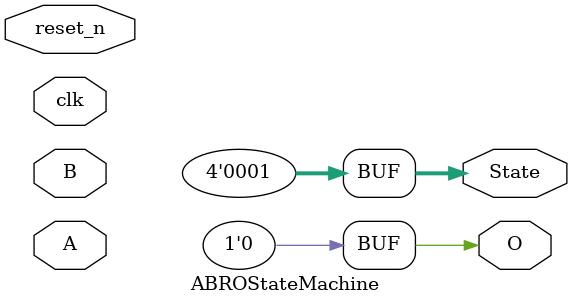
<source format=v>
module ABROStateMachine (
    input wire clk,
    input wire reset_n,
    input wire A,
    input wire B,
    output wire O,
    output reg [3:0] State
);

    // State Register
    always @(posedge clk or negedge reset_n) begin
        if (!reset_n)
            State <= 4'b0001; // Initial state
        else
            State <= State; // Hold state
    end

    // State Logic
    always @(State or A or B) begin
        case (State)
            4'b0001: // State 1: Waiting for A and B
                if (A && B)
                    State <= 4'b0010; // Move to State 2
            4'b0010: // State 2: Output state
                State <= 4'b0001; // Move back to State 1
            default:
                State <= 4'b0001; // Default to State 1
        endcase
    end

    // Output Logic
    assign O = (State == 4'b0010) ? 1'b1 : 1'b0;

endmodule

</source>
